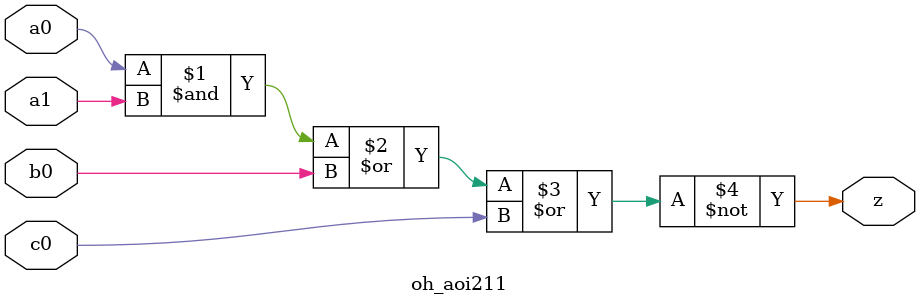
<source format=v>

module oh_aoi211 #(parameter DW = 1 ) // array width
   (
    input [DW-1:0]  a0,
    input [DW-1:0]  a1,
    input [DW-1:0]  b0,
    input [DW-1:0]  c0, 
    output [DW-1:0] z
    );
   
   assign z = ~((a0 & a1) | b0 | c0);
   
endmodule

</source>
